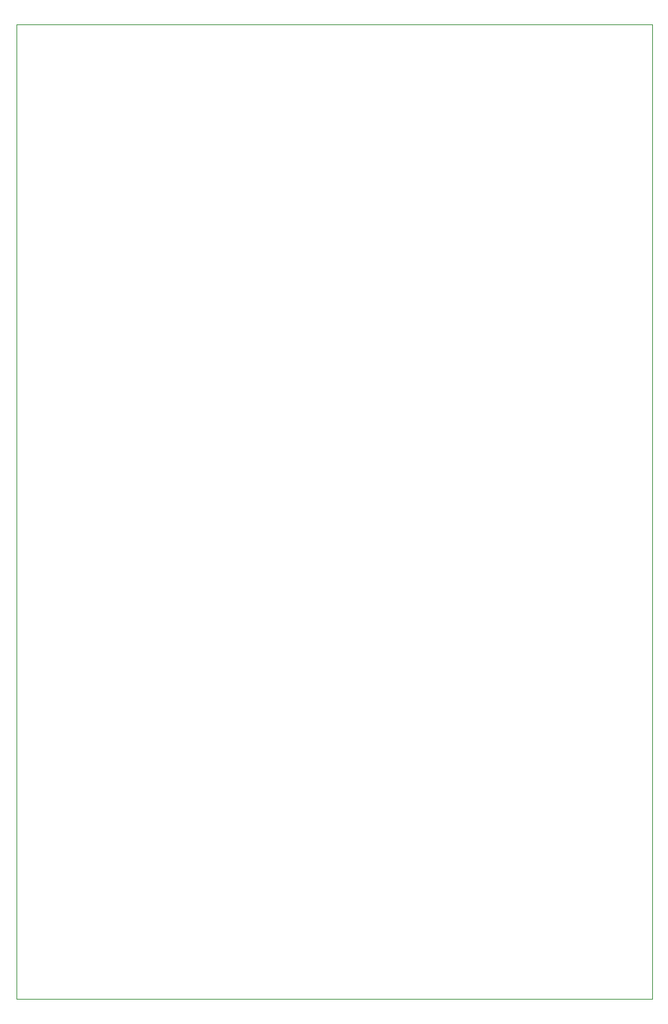
<source format=gbr>
%TF.GenerationSoftware,KiCad,Pcbnew,7.0.10*%
%TF.CreationDate,2024-03-03T10:32:20-06:00*%
%TF.ProjectId,Zimbelstern,5a696d62-656c-4737-9465-726e2e6b6963,rev?*%
%TF.SameCoordinates,Original*%
%TF.FileFunction,Profile,NP*%
%FSLAX46Y46*%
G04 Gerber Fmt 4.6, Leading zero omitted, Abs format (unit mm)*
G04 Created by KiCad (PCBNEW 7.0.10) date 2024-03-03 10:32:20*
%MOMM*%
%LPD*%
G01*
G04 APERTURE LIST*
%TA.AperFunction,Profile*%
%ADD10C,0.100000*%
%TD*%
G04 APERTURE END LIST*
D10*
X115000000Y-145000000D02*
X40000000Y-145000000D01*
X40000000Y-30000000D01*
X115000000Y-30000000D01*
X115000000Y-145000000D01*
M02*

</source>
